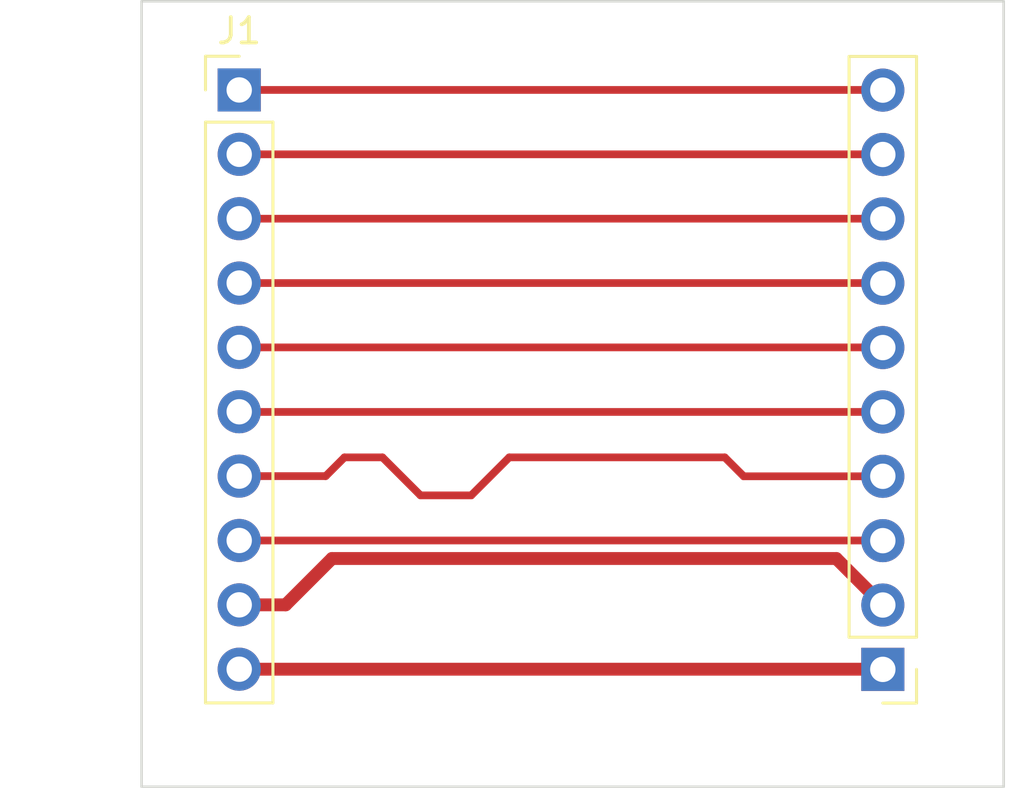
<source format=kicad_pcb>
(kicad_pcb (version 20221018) (generator pcbnew)
  (layers (0 "F.Cu" signal) (31 "B.Cu" signal) (34 "B.Paste" user) (35 "F.Paste" user) (36 "B.SilkS" user "B.Silkscreen") (37 "F.SilkS" user "F.Silkscreen") (38 "B.Mask" user) (39 "F.Mask" user) (44 "Edge.Cuts" user))
  (net 0 "")
  (net 1 "Net-(J1-Pin_1)")
  (net 2 "Net-(J1-Pin_2)")
  (net 3 "Net-(J1-Pin_3)")
  (net 4 "Net-(J1-Pin_4)")
  (net 5 "Net-(J1-Pin_5)")
  (net 6 "Net-(J1-Pin_6)")
  (net 7 "Net-(J1-Pin_7)")
  (net 8 "Net-(J1-Pin_8)")
  (net 9 "Net-(J1-Pin_9)")
  (net 10 "Net-(J1-Pin_10)")
  (footprint "Connector_PinHeader_2.54mm:PinHeader_1x10_P2.54mm_Vertical" (layer "F.Cu") (at 69.35 66)
    (fp_text reference "J1" (at 0 -2.33) (layer "F.SilkS"))
    (fp_text value "2.54mm spaced headers")
    (fp_line (start -1.33 -1.33) (end 0 -1.33) (stroke (width 0.12)) (layer "F.SilkS"))
    (fp_line (start -1.33 0) (end -1.33 -1.33) (stroke (width 0.12)) (layer "F.SilkS"))
    (fp_line (start -1.33 1.27) (end -1.33 24.19) (stroke (width 0.12)) (layer "F.SilkS"))
    (fp_line (start -1.33 1.27) (end 1.33 1.27) (stroke (width 0.12)) (layer "F.SilkS"))
    (fp_line (start -1.33 24.19) (end 1.33 24.19) (stroke (width 0.12)) (layer "F.SilkS"))
    (fp_line (start 1.33 1.27) (end 1.33 24.19) (stroke (width 0.12)) (layer "F.SilkS"))
    (pad "1" thru_hole rect (at 0 0) (size 1.7 1.7) (drill 1) (layers "*.Cu" "*.Mask") (net 1 "Net-(J1-Pin_1)"))
    (pad "2" thru_hole oval (at 0 2.54) (size 1.7 1.7) (drill 1) (layers "*.Cu" "*.Mask") (net 2 "Net-(J1-Pin_2)"))
    (pad "3" thru_hole oval (at 0 5.08) (size 1.7 1.7) (drill 1) (layers "*.Cu" "*.Mask") (net 3 "Net-(J1-Pin_3)"))
    (pad "4" thru_hole oval (at 0 7.62) (size 1.7 1.7) (drill 1) (layers "*.Cu" "*.Mask") (net 4 "Net-(J1-Pin_4)"))
    (pad "5" thru_hole oval (at 0 10.16) (size 1.7 1.7) (drill 1) (layers "*.Cu" "*.Mask") (net 5 "Net-(J1-Pin_5)"))
    (pad "6" thru_hole oval (at 0 12.7) (size 1.7 1.7) (drill 1) (layers "*.Cu" "*.Mask") (net 6 "Net-(J1-Pin_6)"))
    (pad "7" thru_hole oval (at 0 15.24) (size 1.7 1.7) (drill 1) (layers "*.Cu" "*.Mask") (net 7 "Net-(J1-Pin_7)"))
    (pad "8" thru_hole oval (at 0 17.78) (size 1.7 1.7) (drill 1) (layers "*.Cu" "*.Mask") (net 8 "Net-(J1-Pin_8)"))
    (pad "9" thru_hole oval (at 0 20.32) (size 1.7 1.7) (drill 1) (layers "*.Cu" "*.Mask") (net 9 "Net-(J1-Pin_9)"))
    (pad "10" thru_hole oval (at 0 22.86) (size 1.7 1.7) (drill 1) (layers "*.Cu" "*.Mask") (net 10 "Net-(J1-Pin_10)"))
  )
  (footprint "Connector_PinHeader_2.54mm:PinHeader_1x10_P2.54mm_Vertical" (layer "F.Cu") (at 94.733503 88.86687 180)
    (fp_text reference "J2" hide)
    (fp_text value "1mm diameter")
    (fp_line (start -1.33 -1.33) (end 0 -1.33) (stroke (width 0.12)) (layer "F.SilkS"))
    (fp_line (start -1.33 0) (end -1.33 -1.33) (stroke (width 0.12)) (layer "F.SilkS"))
    (fp_line (start -1.33 1.27) (end -1.33 24.19) (stroke (width 0.12)) (layer "F.SilkS"))
    (fp_line (start -1.33 1.27) (end 1.33 1.27) (stroke (width 0.12)) (layer "F.SilkS"))
    (fp_line (start -1.33 24.19) (end 1.33 24.19) (stroke (width 0.12)) (layer "F.SilkS"))
    (fp_line (start 1.33 1.27) (end 1.33 24.19) (stroke (width 0.12)) (layer "F.SilkS"))
    (pad "1" thru_hole rect (at 0 0 180) (size 1.7 1.7) (drill 1) (layers "*.Cu" "*.Mask") (net 10 "Net-(J1-Pin_10)"))
    (pad "2" thru_hole oval (at 0 2.54 180) (size 1.7 1.7) (drill 1) (layers "*.Cu" "*.Mask") (net 9 "Net-(J1-Pin_9)"))
    (pad "3" thru_hole oval (at 0 5.08 180) (size 1.7 1.7) (drill 1) (layers "*.Cu" "*.Mask") (net 8 "Net-(J1-Pin_8)"))
    (pad "4" thru_hole oval (at 0 7.62 180) (size 1.7 1.7) (drill 1) (layers "*.Cu" "*.Mask") (net 7 "Net-(J1-Pin_7)"))
    (pad "5" thru_hole oval (at 0 10.16 180) (size 1.7 1.7) (drill 1) (layers "*.Cu" "*.Mask") (net 6 "Net-(J1-Pin_6)"))
    (pad "6" thru_hole oval (at 0 12.7 180) (size 1.7 1.7) (drill 1) (layers "*.Cu" "*.Mask") (net 5 "Net-(J1-Pin_5)"))
    (pad "7" thru_hole oval (at 0 15.24 180) (size 1.7 1.7) (drill 1) (layers "*.Cu" "*.Mask") (net 4 "Net-(J1-Pin_4)"))
    (pad "8" thru_hole oval (at 0 17.78 180) (size 1.7 1.7) (drill 1) (layers "*.Cu" "*.Mask") (net 3 "Net-(J1-Pin_3)"))
    (pad "9" thru_hole oval (at 0 20.32 180) (size 1.7 1.7) (drill 1) (layers "*.Cu" "*.Mask") (net 2 "Net-(J1-Pin_2)"))
    (pad "10" thru_hole oval (at 0 22.86 180) (size 1.7 1.7) (drill 1) (layers "*.Cu" "*.Mask") (net 1 "Net-(J1-Pin_1)"))
  )
  (gr_rect (start 65.5 62.5) (end 99.5 93.5) (stroke (width 0.1)) (fill none) (layer "Edge.Cuts"))
  (segment (start 69.35 66) (end 94.726633 66) (width 0.3048) (layer "F.Cu") (net 1))
  (segment (start 94.726633 66) (end 94.733503 66.00687) (width 0.3048) (layer "F.Cu") (net 1))
  (segment (start 69.35 68.54) (end 94.726633 68.54) (width 0.3048) (layer "F.Cu") (net 2))
  (segment (start 94.726633 68.54) (end 94.733503 68.54687) (width 0.3048) (layer "F.Cu") (net 2))
  (segment (start 69.35 71.08) (end 94.726633 71.08) (width 0.3048) (layer "F.Cu") (net 3))
  (segment (start 94.726633 71.08) (end 94.733503 71.08687) (width 0.3048) (layer "F.Cu") (net 3))
  (segment (start 94.726633 73.62) (end 94.733503 73.62687) (width 0.3048) (layer "F.Cu") (net 4))
  (segment (start 69.35 73.62) (end 94.726633 73.62) (width 0.3048) (layer "F.Cu") (net 4))
  (segment (start 69.35 76.16) (end 94.726633 76.16) (width 0.3048) (layer "F.Cu") (net 5))
  (segment (start 94.726633 76.16) (end 94.733503 76.16687) (width 0.3048) (layer "F.Cu") (net 5))
  (segment (start 69.35687 78.70687) (end 94.733503 78.70687) (width 0.3048) (layer "F.Cu") (net 6))
  (segment (start 69.35 78.7) (end 69.35687 78.70687) (width 0.3048) (layer "F.Cu") (net 6))
  (segment (start 78.5 82) (end 80 80.5) (width 0.3048) (layer "F.Cu") (net 7))
  (segment (start 73.5 80.5) (end 75 80.5) (width 0.3048) (layer "F.Cu") (net 7))
  (segment (start 69.35 81.24) (end 72.76 81.24) (width 0.3048) (layer "F.Cu") (net 7))
  (segment (start 88.5 80.5) (end 89.24687 81.24687) (width 0.3048) (layer "F.Cu") (net 7))
  (segment (start 89.24687 81.24687) (end 94.733503 81.24687) (width 0.3048) (layer "F.Cu") (net 7))
  (segment (start 72.76 81.24) (end 73.5 80.5) (width 0.3048) (layer "F.Cu") (net 7))
  (segment (start 80 80.5) (end 88.5 80.5) (width 0.3048) (layer "F.Cu") (net 7))
  (segment (start 75 80.5) (end 76.5 82) (width 0.3048) (layer "F.Cu") (net 7))
  (segment (start 76.5 82) (end 78.5 82) (width 0.3048) (layer "F.Cu") (net 7))
  (segment (start 94.726633 83.78) (end 94.733503 83.78687) (width 0.3048) (layer "F.Cu") (net 8))
  (segment (start 69.35 83.78) (end 94.726633 83.78) (width 0.3048) (layer "F.Cu") (net 8))
  (segment (start 69.35 86.32) (end 71.18 86.32) (width 0.508) (layer "F.Cu") (net 9))
  (segment (start 71.18 86.32) (end 73.0088 84.4912) (width 0.508) (layer "F.Cu") (net 9))
  (segment (start 73.0088 84.4912) (end 92.897833 84.4912) (width 0.508) (layer "F.Cu") (net 9))
  (segment (start 92.897833 84.4912) (end 94.733503 86.32687) (width 0.508) (layer "F.Cu") (net 9))
  (segment (start 94.726633 88.86) (end 94.733503 88.86687) (width 0.508) (layer "F.Cu") (net 10))
  (segment (start 69.35 88.86) (end 94.726633 88.86) (width 0.508) (layer "F.Cu") (net 10))
)
</source>
